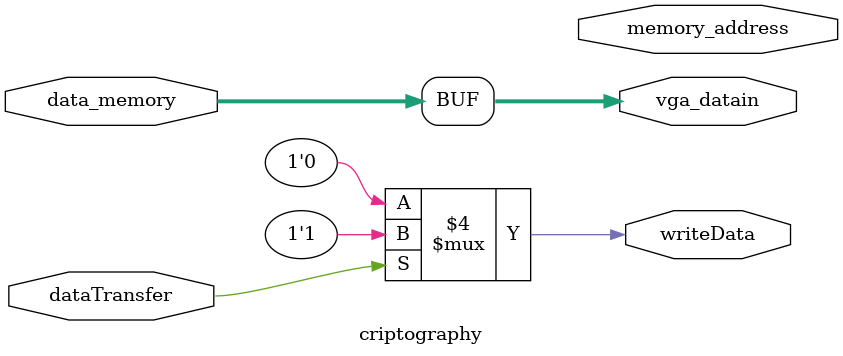
<source format=v>
/* This module converts a user specified coordinates into a memory address.
 * The output of the module depends on the resolution set by the user.
 */
module criptography(data_memory, vga_datain, memory_address, dataTransfer, writeData);

	input [31:0] data_memory;
	input dataTransfer;
	output [31:0] vga_datain; 
	output reg[16:0] memory_address;
	output reg writeData;
	reg[16:0] contador_direccion;
	
	always @(*)
	begin
		
		if(dataTransfer == 1'b1) begin
			writeData = 1'b1;
		end
		else
		begin
			writeData = 1'b0;
		end
//		if(dataTransfer == 1'b1 && contador_direccion < 16'h41eb) begin
//			memory_address = contador_direccion;
//			contador_direccion = contador_direccion + 1;
//			writeData = 1'b1;
//		end
//		else begin
//			writeData = 1'b0;
//		end
//		//contador_direccion = contador_direccion + 1;
	end
	
	assign vga_datain = data_memory;
//	assign write_data = (dataTransfer && contador_direccion < 16'h41eb) ? 1'b1 : 1'b0;
	
	/* The basic formula is address = y*WIDTH + x;
	 * For 320x240 resolution we can write 320 as (256 + 64). Memory address becomes
	 * (y*256) + (y*64) + x;
	 * This simplifies multiplication a simple shift and add operation.
	 * A leading 0 bit is added to each operand to ensure that they are treated as unsigned
	 * inputs. By default the use a '+' operator will generate a signed adder.
	 * Similarly, for 160x120 resolution we write 160 as 128+32.
	 */
	
//	always @(*)
//	begin
//		vga_datain = data_memory
//	end
//	
//	
//	
//
//reg [1:0] cont;
//
//always @(*)
//	begin 
//		if(cont == 3'd0) begin
//			cont <= 3'd1;
//			VGA_value = data_mem[7:0];
//		end
//		else if (cont == 3'd1) begin
//			cont <= 3'd2;
//			VGA_value = data_mem[15:8];
//		end
//		else if (cont == 3'd2) begin
//			cont <= 3'd3;
//			VGA_value = data_mem[23:16];
//		end
//		
//		else if(cont == 3'd3) begin
//			cont <= 3'd0;
//			VGA_value = data_mem[31:24];
//		end
//	end
	
endmodule
</source>
